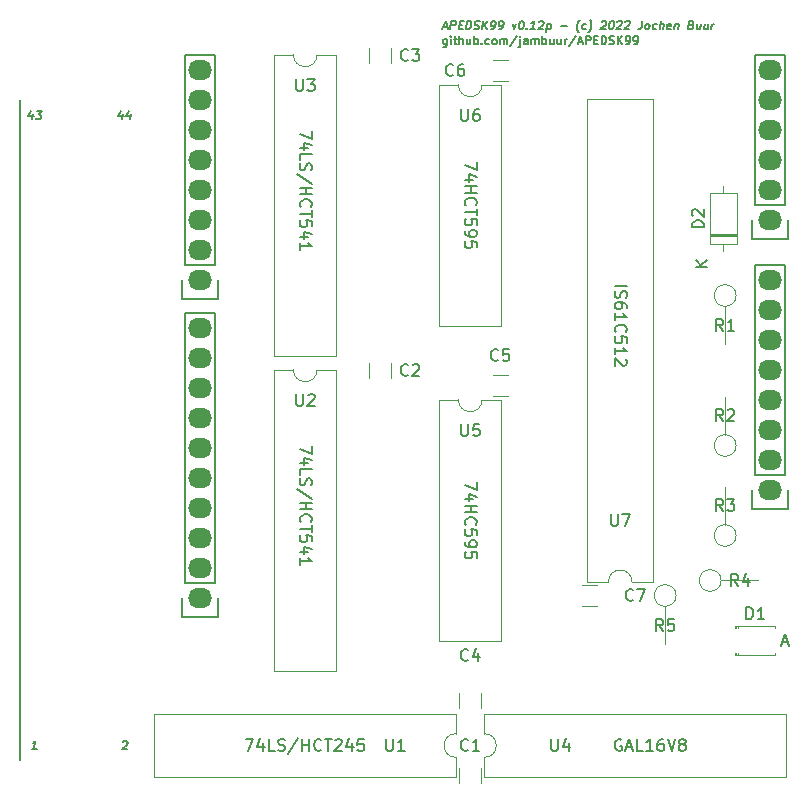
<source format=gto>
G04 #@! TF.GenerationSoftware,KiCad,Pcbnew,(6.0.5)*
G04 #@! TF.CreationDate,2022-06-29T15:53:13+12:00*
G04 #@! TF.ProjectId,APEDSK-AU,41504544-534b-42d4-9155-2e6b69636164,rev?*
G04 #@! TF.SameCoordinates,Original*
G04 #@! TF.FileFunction,Legend,Top*
G04 #@! TF.FilePolarity,Positive*
%FSLAX46Y46*%
G04 Gerber Fmt 4.6, Leading zero omitted, Abs format (unit mm)*
G04 Created by KiCad (PCBNEW (6.0.5)) date 2022-06-29 15:53:13*
%MOMM*%
%LPD*%
G01*
G04 APERTURE LIST*
%ADD10C,0.150000*%
%ADD11C,0.120000*%
%ADD12O,2.032000X1.727200*%
G04 APERTURE END LIST*
D10*
X108458000Y-76835000D02*
X108458000Y-75565000D01*
X108458000Y-76835000D02*
X108458000Y-131445000D01*
X133135619Y-104807380D02*
X133135619Y-105474047D01*
X132135619Y-105045476D01*
X132802285Y-106283571D02*
X132135619Y-106283571D01*
X133183238Y-106045476D02*
X132468952Y-105807380D01*
X132468952Y-106426428D01*
X132135619Y-107283571D02*
X132135619Y-106807380D01*
X133135619Y-106807380D01*
X132183238Y-107569285D02*
X132135619Y-107712142D01*
X132135619Y-107950238D01*
X132183238Y-108045476D01*
X132230857Y-108093095D01*
X132326095Y-108140714D01*
X132421333Y-108140714D01*
X132516571Y-108093095D01*
X132564190Y-108045476D01*
X132611809Y-107950238D01*
X132659428Y-107759761D01*
X132707047Y-107664523D01*
X132754666Y-107616904D01*
X132849904Y-107569285D01*
X132945142Y-107569285D01*
X133040380Y-107616904D01*
X133088000Y-107664523D01*
X133135619Y-107759761D01*
X133135619Y-107997857D01*
X133088000Y-108140714D01*
X133183238Y-109283571D02*
X131897523Y-108426428D01*
X132135619Y-109616904D02*
X133135619Y-109616904D01*
X132659428Y-109616904D02*
X132659428Y-110188333D01*
X132135619Y-110188333D02*
X133135619Y-110188333D01*
X132230857Y-111235952D02*
X132183238Y-111188333D01*
X132135619Y-111045476D01*
X132135619Y-110950238D01*
X132183238Y-110807380D01*
X132278476Y-110712142D01*
X132373714Y-110664523D01*
X132564190Y-110616904D01*
X132707047Y-110616904D01*
X132897523Y-110664523D01*
X132992761Y-110712142D01*
X133088000Y-110807380D01*
X133135619Y-110950238D01*
X133135619Y-111045476D01*
X133088000Y-111188333D01*
X133040380Y-111235952D01*
X133135619Y-111521666D02*
X133135619Y-112093095D01*
X132135619Y-111807380D02*
X133135619Y-111807380D01*
X133135619Y-112902619D02*
X133135619Y-112426428D01*
X132659428Y-112378809D01*
X132707047Y-112426428D01*
X132754666Y-112521666D01*
X132754666Y-112759761D01*
X132707047Y-112855000D01*
X132659428Y-112902619D01*
X132564190Y-112950238D01*
X132326095Y-112950238D01*
X132230857Y-112902619D01*
X132183238Y-112855000D01*
X132135619Y-112759761D01*
X132135619Y-112521666D01*
X132183238Y-112426428D01*
X132230857Y-112378809D01*
X132802285Y-113807380D02*
X132135619Y-113807380D01*
X133183238Y-113569285D02*
X132468952Y-113331190D01*
X132468952Y-113950238D01*
X132135619Y-114855000D02*
X132135619Y-114283571D01*
X132135619Y-114569285D02*
X133135619Y-114569285D01*
X132992761Y-114474047D01*
X132897523Y-114378809D01*
X132849904Y-114283571D01*
X133135619Y-78137380D02*
X133135619Y-78804047D01*
X132135619Y-78375476D01*
X132802285Y-79613571D02*
X132135619Y-79613571D01*
X133183238Y-79375476D02*
X132468952Y-79137380D01*
X132468952Y-79756428D01*
X132135619Y-80613571D02*
X132135619Y-80137380D01*
X133135619Y-80137380D01*
X132183238Y-80899285D02*
X132135619Y-81042142D01*
X132135619Y-81280238D01*
X132183238Y-81375476D01*
X132230857Y-81423095D01*
X132326095Y-81470714D01*
X132421333Y-81470714D01*
X132516571Y-81423095D01*
X132564190Y-81375476D01*
X132611809Y-81280238D01*
X132659428Y-81089761D01*
X132707047Y-80994523D01*
X132754666Y-80946904D01*
X132849904Y-80899285D01*
X132945142Y-80899285D01*
X133040380Y-80946904D01*
X133088000Y-80994523D01*
X133135619Y-81089761D01*
X133135619Y-81327857D01*
X133088000Y-81470714D01*
X133183238Y-82613571D02*
X131897523Y-81756428D01*
X132135619Y-82946904D02*
X133135619Y-82946904D01*
X132659428Y-82946904D02*
X132659428Y-83518333D01*
X132135619Y-83518333D02*
X133135619Y-83518333D01*
X132230857Y-84565952D02*
X132183238Y-84518333D01*
X132135619Y-84375476D01*
X132135619Y-84280238D01*
X132183238Y-84137380D01*
X132278476Y-84042142D01*
X132373714Y-83994523D01*
X132564190Y-83946904D01*
X132707047Y-83946904D01*
X132897523Y-83994523D01*
X132992761Y-84042142D01*
X133088000Y-84137380D01*
X133135619Y-84280238D01*
X133135619Y-84375476D01*
X133088000Y-84518333D01*
X133040380Y-84565952D01*
X133135619Y-84851666D02*
X133135619Y-85423095D01*
X132135619Y-85137380D02*
X133135619Y-85137380D01*
X133135619Y-86232619D02*
X133135619Y-85756428D01*
X132659428Y-85708809D01*
X132707047Y-85756428D01*
X132754666Y-85851666D01*
X132754666Y-86089761D01*
X132707047Y-86185000D01*
X132659428Y-86232619D01*
X132564190Y-86280238D01*
X132326095Y-86280238D01*
X132230857Y-86232619D01*
X132183238Y-86185000D01*
X132135619Y-86089761D01*
X132135619Y-85851666D01*
X132183238Y-85756428D01*
X132230857Y-85708809D01*
X132802285Y-87137380D02*
X132135619Y-87137380D01*
X133183238Y-86899285D02*
X132468952Y-86661190D01*
X132468952Y-87280238D01*
X132135619Y-88185000D02*
X132135619Y-87613571D01*
X132135619Y-87899285D02*
X133135619Y-87899285D01*
X132992761Y-87804047D01*
X132897523Y-87708809D01*
X132849904Y-87613571D01*
X159369428Y-129675000D02*
X159274190Y-129627380D01*
X159131333Y-129627380D01*
X158988476Y-129675000D01*
X158893238Y-129770238D01*
X158845619Y-129865476D01*
X158798000Y-130055952D01*
X158798000Y-130198809D01*
X158845619Y-130389285D01*
X158893238Y-130484523D01*
X158988476Y-130579761D01*
X159131333Y-130627380D01*
X159226571Y-130627380D01*
X159369428Y-130579761D01*
X159417047Y-130532142D01*
X159417047Y-130198809D01*
X159226571Y-130198809D01*
X159798000Y-130341666D02*
X160274190Y-130341666D01*
X159702761Y-130627380D02*
X160036095Y-129627380D01*
X160369428Y-130627380D01*
X161178952Y-130627380D02*
X160702761Y-130627380D01*
X160702761Y-129627380D01*
X162036095Y-130627380D02*
X161464666Y-130627380D01*
X161750380Y-130627380D02*
X161750380Y-129627380D01*
X161655142Y-129770238D01*
X161559904Y-129865476D01*
X161464666Y-129913095D01*
X162893238Y-129627380D02*
X162702761Y-129627380D01*
X162607523Y-129675000D01*
X162559904Y-129722619D01*
X162464666Y-129865476D01*
X162417047Y-130055952D01*
X162417047Y-130436904D01*
X162464666Y-130532142D01*
X162512285Y-130579761D01*
X162607523Y-130627380D01*
X162798000Y-130627380D01*
X162893238Y-130579761D01*
X162940857Y-130532142D01*
X162988476Y-130436904D01*
X162988476Y-130198809D01*
X162940857Y-130103571D01*
X162893238Y-130055952D01*
X162798000Y-130008333D01*
X162607523Y-130008333D01*
X162512285Y-130055952D01*
X162464666Y-130103571D01*
X162417047Y-130198809D01*
X163274190Y-129627380D02*
X163607523Y-130627380D01*
X163940857Y-129627380D01*
X164417047Y-130055952D02*
X164321809Y-130008333D01*
X164274190Y-129960714D01*
X164226571Y-129865476D01*
X164226571Y-129817857D01*
X164274190Y-129722619D01*
X164321809Y-129675000D01*
X164417047Y-129627380D01*
X164607523Y-129627380D01*
X164702761Y-129675000D01*
X164750380Y-129722619D01*
X164798000Y-129817857D01*
X164798000Y-129865476D01*
X164750380Y-129960714D01*
X164702761Y-130008333D01*
X164607523Y-130055952D01*
X164417047Y-130055952D01*
X164321809Y-130103571D01*
X164274190Y-130151190D01*
X164226571Y-130246428D01*
X164226571Y-130436904D01*
X164274190Y-130532142D01*
X164321809Y-130579761D01*
X164417047Y-130627380D01*
X164607523Y-130627380D01*
X164702761Y-130579761D01*
X164750380Y-130532142D01*
X164798000Y-130436904D01*
X164798000Y-130246428D01*
X164750380Y-130151190D01*
X164702761Y-130103571D01*
X164607523Y-130055952D01*
X158805619Y-91257857D02*
X159805619Y-91257857D01*
X158853238Y-91686428D02*
X158805619Y-91829285D01*
X158805619Y-92067380D01*
X158853238Y-92162619D01*
X158900857Y-92210238D01*
X158996095Y-92257857D01*
X159091333Y-92257857D01*
X159186571Y-92210238D01*
X159234190Y-92162619D01*
X159281809Y-92067380D01*
X159329428Y-91876904D01*
X159377047Y-91781666D01*
X159424666Y-91734047D01*
X159519904Y-91686428D01*
X159615142Y-91686428D01*
X159710380Y-91734047D01*
X159758000Y-91781666D01*
X159805619Y-91876904D01*
X159805619Y-92115000D01*
X159758000Y-92257857D01*
X159805619Y-93115000D02*
X159805619Y-92924523D01*
X159758000Y-92829285D01*
X159710380Y-92781666D01*
X159567523Y-92686428D01*
X159377047Y-92638809D01*
X158996095Y-92638809D01*
X158900857Y-92686428D01*
X158853238Y-92734047D01*
X158805619Y-92829285D01*
X158805619Y-93019761D01*
X158853238Y-93115000D01*
X158900857Y-93162619D01*
X158996095Y-93210238D01*
X159234190Y-93210238D01*
X159329428Y-93162619D01*
X159377047Y-93115000D01*
X159424666Y-93019761D01*
X159424666Y-92829285D01*
X159377047Y-92734047D01*
X159329428Y-92686428D01*
X159234190Y-92638809D01*
X158805619Y-94162619D02*
X158805619Y-93591190D01*
X158805619Y-93876904D02*
X159805619Y-93876904D01*
X159662761Y-93781666D01*
X159567523Y-93686428D01*
X159519904Y-93591190D01*
X158900857Y-95162619D02*
X158853238Y-95115000D01*
X158805619Y-94972142D01*
X158805619Y-94876904D01*
X158853238Y-94734047D01*
X158948476Y-94638809D01*
X159043714Y-94591190D01*
X159234190Y-94543571D01*
X159377047Y-94543571D01*
X159567523Y-94591190D01*
X159662761Y-94638809D01*
X159758000Y-94734047D01*
X159805619Y-94876904D01*
X159805619Y-94972142D01*
X159758000Y-95115000D01*
X159710380Y-95162619D01*
X159805619Y-96067380D02*
X159805619Y-95591190D01*
X159329428Y-95543571D01*
X159377047Y-95591190D01*
X159424666Y-95686428D01*
X159424666Y-95924523D01*
X159377047Y-96019761D01*
X159329428Y-96067380D01*
X159234190Y-96115000D01*
X158996095Y-96115000D01*
X158900857Y-96067380D01*
X158853238Y-96019761D01*
X158805619Y-95924523D01*
X158805619Y-95686428D01*
X158853238Y-95591190D01*
X158900857Y-95543571D01*
X158805619Y-97067380D02*
X158805619Y-96495952D01*
X158805619Y-96781666D02*
X159805619Y-96781666D01*
X159662761Y-96686428D01*
X159567523Y-96591190D01*
X159519904Y-96495952D01*
X159710380Y-97448333D02*
X159758000Y-97495952D01*
X159805619Y-97591190D01*
X159805619Y-97829285D01*
X159758000Y-97924523D01*
X159710380Y-97972142D01*
X159615142Y-98019761D01*
X159519904Y-98019761D01*
X159377047Y-97972142D01*
X158805619Y-97400714D01*
X158805619Y-98019761D01*
X144582166Y-70335000D02*
X144582166Y-70901666D01*
X144548833Y-70968333D01*
X144515500Y-71001666D01*
X144448833Y-71035000D01*
X144348833Y-71035000D01*
X144282166Y-71001666D01*
X144582166Y-70768333D02*
X144515500Y-70801666D01*
X144382166Y-70801666D01*
X144315500Y-70768333D01*
X144282166Y-70735000D01*
X144248833Y-70668333D01*
X144248833Y-70468333D01*
X144282166Y-70401666D01*
X144315500Y-70368333D01*
X144382166Y-70335000D01*
X144515500Y-70335000D01*
X144582166Y-70368333D01*
X144915500Y-70801666D02*
X144915500Y-70335000D01*
X144915500Y-70101666D02*
X144882166Y-70135000D01*
X144915500Y-70168333D01*
X144948833Y-70135000D01*
X144915500Y-70101666D01*
X144915500Y-70168333D01*
X145148833Y-70335000D02*
X145415500Y-70335000D01*
X145248833Y-70101666D02*
X145248833Y-70701666D01*
X145282166Y-70768333D01*
X145348833Y-70801666D01*
X145415500Y-70801666D01*
X145648833Y-70801666D02*
X145648833Y-70101666D01*
X145948833Y-70801666D02*
X145948833Y-70435000D01*
X145915500Y-70368333D01*
X145848833Y-70335000D01*
X145748833Y-70335000D01*
X145682166Y-70368333D01*
X145648833Y-70401666D01*
X146582166Y-70335000D02*
X146582166Y-70801666D01*
X146282166Y-70335000D02*
X146282166Y-70701666D01*
X146315500Y-70768333D01*
X146382166Y-70801666D01*
X146482166Y-70801666D01*
X146548833Y-70768333D01*
X146582166Y-70735000D01*
X146915500Y-70801666D02*
X146915500Y-70101666D01*
X146915500Y-70368333D02*
X146982166Y-70335000D01*
X147115500Y-70335000D01*
X147182166Y-70368333D01*
X147215500Y-70401666D01*
X147248833Y-70468333D01*
X147248833Y-70668333D01*
X147215500Y-70735000D01*
X147182166Y-70768333D01*
X147115500Y-70801666D01*
X146982166Y-70801666D01*
X146915500Y-70768333D01*
X147548833Y-70735000D02*
X147582166Y-70768333D01*
X147548833Y-70801666D01*
X147515500Y-70768333D01*
X147548833Y-70735000D01*
X147548833Y-70801666D01*
X148182166Y-70768333D02*
X148115500Y-70801666D01*
X147982166Y-70801666D01*
X147915500Y-70768333D01*
X147882166Y-70735000D01*
X147848833Y-70668333D01*
X147848833Y-70468333D01*
X147882166Y-70401666D01*
X147915500Y-70368333D01*
X147982166Y-70335000D01*
X148115500Y-70335000D01*
X148182166Y-70368333D01*
X148582166Y-70801666D02*
X148515500Y-70768333D01*
X148482166Y-70735000D01*
X148448833Y-70668333D01*
X148448833Y-70468333D01*
X148482166Y-70401666D01*
X148515500Y-70368333D01*
X148582166Y-70335000D01*
X148682166Y-70335000D01*
X148748833Y-70368333D01*
X148782166Y-70401666D01*
X148815500Y-70468333D01*
X148815500Y-70668333D01*
X148782166Y-70735000D01*
X148748833Y-70768333D01*
X148682166Y-70801666D01*
X148582166Y-70801666D01*
X149115500Y-70801666D02*
X149115500Y-70335000D01*
X149115500Y-70401666D02*
X149148833Y-70368333D01*
X149215500Y-70335000D01*
X149315500Y-70335000D01*
X149382166Y-70368333D01*
X149415500Y-70435000D01*
X149415500Y-70801666D01*
X149415500Y-70435000D02*
X149448833Y-70368333D01*
X149515500Y-70335000D01*
X149615500Y-70335000D01*
X149682166Y-70368333D01*
X149715500Y-70435000D01*
X149715500Y-70801666D01*
X150548833Y-70068333D02*
X149948833Y-70968333D01*
X150782166Y-70335000D02*
X150782166Y-70935000D01*
X150748833Y-71001666D01*
X150682166Y-71035000D01*
X150648833Y-71035000D01*
X150782166Y-70101666D02*
X150748833Y-70135000D01*
X150782166Y-70168333D01*
X150815500Y-70135000D01*
X150782166Y-70101666D01*
X150782166Y-70168333D01*
X151415500Y-70801666D02*
X151415500Y-70435000D01*
X151382166Y-70368333D01*
X151315500Y-70335000D01*
X151182166Y-70335000D01*
X151115500Y-70368333D01*
X151415500Y-70768333D02*
X151348833Y-70801666D01*
X151182166Y-70801666D01*
X151115500Y-70768333D01*
X151082166Y-70701666D01*
X151082166Y-70635000D01*
X151115500Y-70568333D01*
X151182166Y-70535000D01*
X151348833Y-70535000D01*
X151415500Y-70501666D01*
X151748833Y-70801666D02*
X151748833Y-70335000D01*
X151748833Y-70401666D02*
X151782166Y-70368333D01*
X151848833Y-70335000D01*
X151948833Y-70335000D01*
X152015500Y-70368333D01*
X152048833Y-70435000D01*
X152048833Y-70801666D01*
X152048833Y-70435000D02*
X152082166Y-70368333D01*
X152148833Y-70335000D01*
X152248833Y-70335000D01*
X152315500Y-70368333D01*
X152348833Y-70435000D01*
X152348833Y-70801666D01*
X152682166Y-70801666D02*
X152682166Y-70101666D01*
X152682166Y-70368333D02*
X152748833Y-70335000D01*
X152882166Y-70335000D01*
X152948833Y-70368333D01*
X152982166Y-70401666D01*
X153015500Y-70468333D01*
X153015500Y-70668333D01*
X152982166Y-70735000D01*
X152948833Y-70768333D01*
X152882166Y-70801666D01*
X152748833Y-70801666D01*
X152682166Y-70768333D01*
X153615500Y-70335000D02*
X153615500Y-70801666D01*
X153315500Y-70335000D02*
X153315500Y-70701666D01*
X153348833Y-70768333D01*
X153415500Y-70801666D01*
X153515500Y-70801666D01*
X153582166Y-70768333D01*
X153615500Y-70735000D01*
X154248833Y-70335000D02*
X154248833Y-70801666D01*
X153948833Y-70335000D02*
X153948833Y-70701666D01*
X153982166Y-70768333D01*
X154048833Y-70801666D01*
X154148833Y-70801666D01*
X154215500Y-70768333D01*
X154248833Y-70735000D01*
X154582166Y-70801666D02*
X154582166Y-70335000D01*
X154582166Y-70468333D02*
X154615500Y-70401666D01*
X154648833Y-70368333D01*
X154715500Y-70335000D01*
X154782166Y-70335000D01*
X155515500Y-70068333D02*
X154915500Y-70968333D01*
X155715500Y-70601666D02*
X156048833Y-70601666D01*
X155648833Y-70801666D02*
X155882166Y-70101666D01*
X156115500Y-70801666D01*
X156348833Y-70801666D02*
X156348833Y-70101666D01*
X156615500Y-70101666D01*
X156682166Y-70135000D01*
X156715500Y-70168333D01*
X156748833Y-70235000D01*
X156748833Y-70335000D01*
X156715500Y-70401666D01*
X156682166Y-70435000D01*
X156615500Y-70468333D01*
X156348833Y-70468333D01*
X157048833Y-70435000D02*
X157282166Y-70435000D01*
X157382166Y-70801666D02*
X157048833Y-70801666D01*
X157048833Y-70101666D01*
X157382166Y-70101666D01*
X157682166Y-70801666D02*
X157682166Y-70101666D01*
X157848833Y-70101666D01*
X157948833Y-70135000D01*
X158015500Y-70201666D01*
X158048833Y-70268333D01*
X158082166Y-70401666D01*
X158082166Y-70501666D01*
X158048833Y-70635000D01*
X158015500Y-70701666D01*
X157948833Y-70768333D01*
X157848833Y-70801666D01*
X157682166Y-70801666D01*
X158348833Y-70768333D02*
X158448833Y-70801666D01*
X158615500Y-70801666D01*
X158682166Y-70768333D01*
X158715500Y-70735000D01*
X158748833Y-70668333D01*
X158748833Y-70601666D01*
X158715500Y-70535000D01*
X158682166Y-70501666D01*
X158615500Y-70468333D01*
X158482166Y-70435000D01*
X158415500Y-70401666D01*
X158382166Y-70368333D01*
X158348833Y-70301666D01*
X158348833Y-70235000D01*
X158382166Y-70168333D01*
X158415500Y-70135000D01*
X158482166Y-70101666D01*
X158648833Y-70101666D01*
X158748833Y-70135000D01*
X159048833Y-70801666D02*
X159048833Y-70101666D01*
X159448833Y-70801666D02*
X159148833Y-70401666D01*
X159448833Y-70101666D02*
X159048833Y-70501666D01*
X159782166Y-70801666D02*
X159915500Y-70801666D01*
X159982166Y-70768333D01*
X160015500Y-70735000D01*
X160082166Y-70635000D01*
X160115500Y-70501666D01*
X160115500Y-70235000D01*
X160082166Y-70168333D01*
X160048833Y-70135000D01*
X159982166Y-70101666D01*
X159848833Y-70101666D01*
X159782166Y-70135000D01*
X159748833Y-70168333D01*
X159715500Y-70235000D01*
X159715500Y-70401666D01*
X159748833Y-70468333D01*
X159782166Y-70501666D01*
X159848833Y-70535000D01*
X159982166Y-70535000D01*
X160048833Y-70501666D01*
X160082166Y-70468333D01*
X160115500Y-70401666D01*
X160448833Y-70801666D02*
X160582166Y-70801666D01*
X160648833Y-70768333D01*
X160682166Y-70735000D01*
X160748833Y-70635000D01*
X160782166Y-70501666D01*
X160782166Y-70235000D01*
X160748833Y-70168333D01*
X160715500Y-70135000D01*
X160648833Y-70101666D01*
X160515500Y-70101666D01*
X160448833Y-70135000D01*
X160415500Y-70168333D01*
X160382166Y-70235000D01*
X160382166Y-70401666D01*
X160415500Y-70468333D01*
X160448833Y-70501666D01*
X160515500Y-70535000D01*
X160648833Y-70535000D01*
X160715500Y-70501666D01*
X160748833Y-70468333D01*
X160782166Y-70401666D01*
X147105619Y-80812142D02*
X147105619Y-81478809D01*
X146105619Y-81050238D01*
X146772285Y-82288333D02*
X146105619Y-82288333D01*
X147153238Y-82050238D02*
X146438952Y-81812142D01*
X146438952Y-82431190D01*
X146105619Y-82812142D02*
X147105619Y-82812142D01*
X146629428Y-82812142D02*
X146629428Y-83383571D01*
X146105619Y-83383571D02*
X147105619Y-83383571D01*
X146200857Y-84431190D02*
X146153238Y-84383571D01*
X146105619Y-84240714D01*
X146105619Y-84145476D01*
X146153238Y-84002619D01*
X146248476Y-83907380D01*
X146343714Y-83859761D01*
X146534190Y-83812142D01*
X146677047Y-83812142D01*
X146867523Y-83859761D01*
X146962761Y-83907380D01*
X147058000Y-84002619D01*
X147105619Y-84145476D01*
X147105619Y-84240714D01*
X147058000Y-84383571D01*
X147010380Y-84431190D01*
X147105619Y-84716904D02*
X147105619Y-85288333D01*
X146105619Y-85002619D02*
X147105619Y-85002619D01*
X147105619Y-86097857D02*
X147105619Y-85621666D01*
X146629428Y-85574047D01*
X146677047Y-85621666D01*
X146724666Y-85716904D01*
X146724666Y-85955000D01*
X146677047Y-86050238D01*
X146629428Y-86097857D01*
X146534190Y-86145476D01*
X146296095Y-86145476D01*
X146200857Y-86097857D01*
X146153238Y-86050238D01*
X146105619Y-85955000D01*
X146105619Y-85716904D01*
X146153238Y-85621666D01*
X146200857Y-85574047D01*
X146105619Y-86621666D02*
X146105619Y-86812142D01*
X146153238Y-86907380D01*
X146200857Y-86955000D01*
X146343714Y-87050238D01*
X146534190Y-87097857D01*
X146915142Y-87097857D01*
X147010380Y-87050238D01*
X147058000Y-87002619D01*
X147105619Y-86907380D01*
X147105619Y-86716904D01*
X147058000Y-86621666D01*
X147010380Y-86574047D01*
X146915142Y-86526428D01*
X146677047Y-86526428D01*
X146581809Y-86574047D01*
X146534190Y-86621666D01*
X146486571Y-86716904D01*
X146486571Y-86907380D01*
X146534190Y-87002619D01*
X146581809Y-87050238D01*
X146677047Y-87097857D01*
X147105619Y-88002619D02*
X147105619Y-87526428D01*
X146629428Y-87478809D01*
X146677047Y-87526428D01*
X146724666Y-87621666D01*
X146724666Y-87859761D01*
X146677047Y-87955000D01*
X146629428Y-88002619D01*
X146534190Y-88050238D01*
X146296095Y-88050238D01*
X146200857Y-88002619D01*
X146153238Y-87955000D01*
X146105619Y-87859761D01*
X146105619Y-87621666D01*
X146153238Y-87526428D01*
X146200857Y-87478809D01*
X147105619Y-107863095D02*
X147105619Y-108529761D01*
X146105619Y-108101190D01*
X146772285Y-109339285D02*
X146105619Y-109339285D01*
X147153238Y-109101190D02*
X146438952Y-108863095D01*
X146438952Y-109482142D01*
X146105619Y-109863095D02*
X147105619Y-109863095D01*
X146629428Y-109863095D02*
X146629428Y-110434523D01*
X146105619Y-110434523D02*
X147105619Y-110434523D01*
X146200857Y-111482142D02*
X146153238Y-111434523D01*
X146105619Y-111291666D01*
X146105619Y-111196428D01*
X146153238Y-111053571D01*
X146248476Y-110958333D01*
X146343714Y-110910714D01*
X146534190Y-110863095D01*
X146677047Y-110863095D01*
X146867523Y-110910714D01*
X146962761Y-110958333D01*
X147058000Y-111053571D01*
X147105619Y-111196428D01*
X147105619Y-111291666D01*
X147058000Y-111434523D01*
X147010380Y-111482142D01*
X147105619Y-112386904D02*
X147105619Y-111910714D01*
X146629428Y-111863095D01*
X146677047Y-111910714D01*
X146724666Y-112005952D01*
X146724666Y-112244047D01*
X146677047Y-112339285D01*
X146629428Y-112386904D01*
X146534190Y-112434523D01*
X146296095Y-112434523D01*
X146200857Y-112386904D01*
X146153238Y-112339285D01*
X146105619Y-112244047D01*
X146105619Y-112005952D01*
X146153238Y-111910714D01*
X146200857Y-111863095D01*
X146105619Y-112910714D02*
X146105619Y-113101190D01*
X146153238Y-113196428D01*
X146200857Y-113244047D01*
X146343714Y-113339285D01*
X146534190Y-113386904D01*
X146915142Y-113386904D01*
X147010380Y-113339285D01*
X147058000Y-113291666D01*
X147105619Y-113196428D01*
X147105619Y-113005952D01*
X147058000Y-112910714D01*
X147010380Y-112863095D01*
X146915142Y-112815476D01*
X146677047Y-112815476D01*
X146581809Y-112863095D01*
X146534190Y-112910714D01*
X146486571Y-113005952D01*
X146486571Y-113196428D01*
X146534190Y-113291666D01*
X146581809Y-113339285D01*
X146677047Y-113386904D01*
X147105619Y-114291666D02*
X147105619Y-113815476D01*
X146629428Y-113767857D01*
X146677047Y-113815476D01*
X146724666Y-113910714D01*
X146724666Y-114148809D01*
X146677047Y-114244047D01*
X146629428Y-114291666D01*
X146534190Y-114339285D01*
X146296095Y-114339285D01*
X146200857Y-114291666D01*
X146153238Y-114244047D01*
X146105619Y-114148809D01*
X146105619Y-113910714D01*
X146153238Y-113815476D01*
X146200857Y-113767857D01*
X117140062Y-76685000D02*
X117081729Y-77151666D01*
X117006729Y-76418333D02*
X116777562Y-76918333D01*
X117210895Y-76918333D01*
X117806729Y-76685000D02*
X117748395Y-77151666D01*
X117673395Y-76418333D02*
X117444229Y-76918333D01*
X117877562Y-76918333D01*
X172989904Y-121451666D02*
X173466095Y-121451666D01*
X172894666Y-121737380D02*
X173228000Y-120737380D01*
X173561333Y-121737380D01*
X144278000Y-69331666D02*
X144611333Y-69331666D01*
X144186333Y-69531666D02*
X144507166Y-68831666D01*
X144653000Y-69531666D01*
X144886333Y-69531666D02*
X144973833Y-68831666D01*
X145240500Y-68831666D01*
X145303000Y-68865000D01*
X145332166Y-68898333D01*
X145357166Y-68965000D01*
X145344666Y-69065000D01*
X145303000Y-69131666D01*
X145265500Y-69165000D01*
X145194666Y-69198333D01*
X144928000Y-69198333D01*
X145632166Y-69165000D02*
X145865500Y-69165000D01*
X145919666Y-69531666D02*
X145586333Y-69531666D01*
X145673833Y-68831666D01*
X146007166Y-68831666D01*
X146219666Y-69531666D02*
X146307166Y-68831666D01*
X146473833Y-68831666D01*
X146569666Y-68865000D01*
X146628000Y-68931666D01*
X146653000Y-68998333D01*
X146669666Y-69131666D01*
X146657166Y-69231666D01*
X146607166Y-69365000D01*
X146565500Y-69431666D01*
X146490500Y-69498333D01*
X146386333Y-69531666D01*
X146219666Y-69531666D01*
X146890500Y-69498333D02*
X146986333Y-69531666D01*
X147153000Y-69531666D01*
X147223833Y-69498333D01*
X147261333Y-69465000D01*
X147303000Y-69398333D01*
X147311333Y-69331666D01*
X147286333Y-69265000D01*
X147257166Y-69231666D01*
X147194666Y-69198333D01*
X147065500Y-69165000D01*
X147003000Y-69131666D01*
X146973833Y-69098333D01*
X146948833Y-69031666D01*
X146957166Y-68965000D01*
X146998833Y-68898333D01*
X147036333Y-68865000D01*
X147107166Y-68831666D01*
X147273833Y-68831666D01*
X147369666Y-68865000D01*
X147586333Y-69531666D02*
X147673833Y-68831666D01*
X147986333Y-69531666D02*
X147736333Y-69131666D01*
X148073833Y-68831666D02*
X147623833Y-69231666D01*
X148319666Y-69531666D02*
X148453000Y-69531666D01*
X148523833Y-69498333D01*
X148561333Y-69465000D01*
X148640500Y-69365000D01*
X148690500Y-69231666D01*
X148723833Y-68965000D01*
X148698833Y-68898333D01*
X148669666Y-68865000D01*
X148607166Y-68831666D01*
X148473833Y-68831666D01*
X148403000Y-68865000D01*
X148365500Y-68898333D01*
X148323833Y-68965000D01*
X148303000Y-69131666D01*
X148328000Y-69198333D01*
X148357166Y-69231666D01*
X148419666Y-69265000D01*
X148553000Y-69265000D01*
X148623833Y-69231666D01*
X148661333Y-69198333D01*
X148703000Y-69131666D01*
X148986333Y-69531666D02*
X149119666Y-69531666D01*
X149190500Y-69498333D01*
X149228000Y-69465000D01*
X149307166Y-69365000D01*
X149357166Y-69231666D01*
X149390500Y-68965000D01*
X149365500Y-68898333D01*
X149336333Y-68865000D01*
X149273833Y-68831666D01*
X149140500Y-68831666D01*
X149069666Y-68865000D01*
X149032166Y-68898333D01*
X148990500Y-68965000D01*
X148969666Y-69131666D01*
X148994666Y-69198333D01*
X149023833Y-69231666D01*
X149086333Y-69265000D01*
X149219666Y-69265000D01*
X149290500Y-69231666D01*
X149328000Y-69198333D01*
X149369666Y-69131666D01*
X150144666Y-69065000D02*
X150253000Y-69531666D01*
X150478000Y-69065000D01*
X150907166Y-68831666D02*
X150973833Y-68831666D01*
X151036333Y-68865000D01*
X151065500Y-68898333D01*
X151090500Y-68965000D01*
X151107166Y-69098333D01*
X151086333Y-69265000D01*
X151036333Y-69398333D01*
X150994666Y-69465000D01*
X150957166Y-69498333D01*
X150886333Y-69531666D01*
X150819666Y-69531666D01*
X150757166Y-69498333D01*
X150728000Y-69465000D01*
X150703000Y-69398333D01*
X150686333Y-69265000D01*
X150707166Y-69098333D01*
X150757166Y-68965000D01*
X150798833Y-68898333D01*
X150836333Y-68865000D01*
X150907166Y-68831666D01*
X151361333Y-69465000D02*
X151390500Y-69498333D01*
X151353000Y-69531666D01*
X151323833Y-69498333D01*
X151361333Y-69465000D01*
X151353000Y-69531666D01*
X152053000Y-69531666D02*
X151653000Y-69531666D01*
X151853000Y-69531666D02*
X151940500Y-68831666D01*
X151861333Y-68931666D01*
X151786333Y-68998333D01*
X151715500Y-69031666D01*
X152398833Y-68898333D02*
X152436333Y-68865000D01*
X152507166Y-68831666D01*
X152673833Y-68831666D01*
X152736333Y-68865000D01*
X152765500Y-68898333D01*
X152790500Y-68965000D01*
X152782166Y-69031666D01*
X152736333Y-69131666D01*
X152286333Y-69531666D01*
X152719666Y-69531666D01*
X153078000Y-69065000D02*
X152990500Y-69765000D01*
X153073833Y-69098333D02*
X153144666Y-69065000D01*
X153278000Y-69065000D01*
X153340500Y-69098333D01*
X153369666Y-69131666D01*
X153394666Y-69198333D01*
X153369666Y-69398333D01*
X153328000Y-69465000D01*
X153290500Y-69498333D01*
X153219666Y-69531666D01*
X153086333Y-69531666D01*
X153023833Y-69498333D01*
X154219666Y-69265000D02*
X154753000Y-69265000D01*
X155753000Y-69798333D02*
X155723833Y-69765000D01*
X155669666Y-69665000D01*
X155644666Y-69598333D01*
X155623833Y-69498333D01*
X155611333Y-69331666D01*
X155628000Y-69198333D01*
X155682166Y-69031666D01*
X155728000Y-68931666D01*
X155769666Y-68865000D01*
X155848833Y-68765000D01*
X155886333Y-68731666D01*
X156357166Y-69498333D02*
X156286333Y-69531666D01*
X156153000Y-69531666D01*
X156090500Y-69498333D01*
X156061333Y-69465000D01*
X156036333Y-69398333D01*
X156061333Y-69198333D01*
X156103000Y-69131666D01*
X156140500Y-69098333D01*
X156211333Y-69065000D01*
X156344666Y-69065000D01*
X156407166Y-69098333D01*
X156553000Y-69798333D02*
X156590500Y-69765000D01*
X156669666Y-69665000D01*
X156711333Y-69598333D01*
X156757166Y-69498333D01*
X156811333Y-69331666D01*
X156828000Y-69198333D01*
X156815500Y-69031666D01*
X156794666Y-68931666D01*
X156769666Y-68865000D01*
X156715500Y-68765000D01*
X156686333Y-68731666D01*
X157698833Y-68898333D02*
X157736333Y-68865000D01*
X157807166Y-68831666D01*
X157973833Y-68831666D01*
X158036333Y-68865000D01*
X158065500Y-68898333D01*
X158090500Y-68965000D01*
X158082166Y-69031666D01*
X158036333Y-69131666D01*
X157586333Y-69531666D01*
X158019666Y-69531666D01*
X158540500Y-68831666D02*
X158607166Y-68831666D01*
X158669666Y-68865000D01*
X158698833Y-68898333D01*
X158723833Y-68965000D01*
X158740500Y-69098333D01*
X158719666Y-69265000D01*
X158669666Y-69398333D01*
X158628000Y-69465000D01*
X158590500Y-69498333D01*
X158519666Y-69531666D01*
X158453000Y-69531666D01*
X158390500Y-69498333D01*
X158361333Y-69465000D01*
X158336333Y-69398333D01*
X158319666Y-69265000D01*
X158340500Y-69098333D01*
X158390500Y-68965000D01*
X158432166Y-68898333D01*
X158469666Y-68865000D01*
X158540500Y-68831666D01*
X159032166Y-68898333D02*
X159069666Y-68865000D01*
X159140500Y-68831666D01*
X159307166Y-68831666D01*
X159369666Y-68865000D01*
X159398833Y-68898333D01*
X159423833Y-68965000D01*
X159415500Y-69031666D01*
X159369666Y-69131666D01*
X158919666Y-69531666D01*
X159353000Y-69531666D01*
X159698833Y-68898333D02*
X159736333Y-68865000D01*
X159807166Y-68831666D01*
X159973833Y-68831666D01*
X160036333Y-68865000D01*
X160065500Y-68898333D01*
X160090500Y-68965000D01*
X160082166Y-69031666D01*
X160036333Y-69131666D01*
X159586333Y-69531666D01*
X160019666Y-69531666D01*
X161140500Y-68831666D02*
X161078000Y-69331666D01*
X161032166Y-69431666D01*
X160957166Y-69498333D01*
X160853000Y-69531666D01*
X160786333Y-69531666D01*
X161486333Y-69531666D02*
X161423833Y-69498333D01*
X161394666Y-69465000D01*
X161369666Y-69398333D01*
X161394666Y-69198333D01*
X161436333Y-69131666D01*
X161473833Y-69098333D01*
X161544666Y-69065000D01*
X161644666Y-69065000D01*
X161707166Y-69098333D01*
X161736333Y-69131666D01*
X161761333Y-69198333D01*
X161736333Y-69398333D01*
X161694666Y-69465000D01*
X161657166Y-69498333D01*
X161586333Y-69531666D01*
X161486333Y-69531666D01*
X162323833Y-69498333D02*
X162253000Y-69531666D01*
X162119666Y-69531666D01*
X162057166Y-69498333D01*
X162028000Y-69465000D01*
X162003000Y-69398333D01*
X162028000Y-69198333D01*
X162069666Y-69131666D01*
X162107166Y-69098333D01*
X162178000Y-69065000D01*
X162311333Y-69065000D01*
X162373833Y-69098333D01*
X162619666Y-69531666D02*
X162707166Y-68831666D01*
X162919666Y-69531666D02*
X162965500Y-69165000D01*
X162940500Y-69098333D01*
X162878000Y-69065000D01*
X162778000Y-69065000D01*
X162707166Y-69098333D01*
X162669666Y-69131666D01*
X163523833Y-69498333D02*
X163453000Y-69531666D01*
X163319666Y-69531666D01*
X163257166Y-69498333D01*
X163232166Y-69431666D01*
X163265500Y-69165000D01*
X163307166Y-69098333D01*
X163378000Y-69065000D01*
X163511333Y-69065000D01*
X163573833Y-69098333D01*
X163598833Y-69165000D01*
X163590500Y-69231666D01*
X163248833Y-69298333D01*
X163911333Y-69065000D02*
X163853000Y-69531666D01*
X163903000Y-69131666D02*
X163940500Y-69098333D01*
X164011333Y-69065000D01*
X164111333Y-69065000D01*
X164173833Y-69098333D01*
X164198833Y-69165000D01*
X164153000Y-69531666D01*
X165298833Y-69165000D02*
X165394666Y-69198333D01*
X165423833Y-69231666D01*
X165448833Y-69298333D01*
X165436333Y-69398333D01*
X165394666Y-69465000D01*
X165357166Y-69498333D01*
X165286333Y-69531666D01*
X165019666Y-69531666D01*
X165107166Y-68831666D01*
X165340500Y-68831666D01*
X165403000Y-68865000D01*
X165432166Y-68898333D01*
X165457166Y-68965000D01*
X165448833Y-69031666D01*
X165407166Y-69098333D01*
X165369666Y-69131666D01*
X165298833Y-69165000D01*
X165065500Y-69165000D01*
X166078000Y-69065000D02*
X166019666Y-69531666D01*
X165778000Y-69065000D02*
X165732166Y-69431666D01*
X165757166Y-69498333D01*
X165819666Y-69531666D01*
X165919666Y-69531666D01*
X165990500Y-69498333D01*
X166028000Y-69465000D01*
X166711333Y-69065000D02*
X166653000Y-69531666D01*
X166411333Y-69065000D02*
X166365500Y-69431666D01*
X166390500Y-69498333D01*
X166453000Y-69531666D01*
X166553000Y-69531666D01*
X166623833Y-69498333D01*
X166661333Y-69465000D01*
X166986333Y-69531666D02*
X167044666Y-69065000D01*
X167028000Y-69198333D02*
X167069666Y-69131666D01*
X167107166Y-69098333D01*
X167178000Y-69065000D01*
X167244666Y-69065000D01*
X127540380Y-129627380D02*
X128207047Y-129627380D01*
X127778476Y-130627380D01*
X129016571Y-129960714D02*
X129016571Y-130627380D01*
X128778476Y-129579761D02*
X128540380Y-130294047D01*
X129159428Y-130294047D01*
X130016571Y-130627380D02*
X129540380Y-130627380D01*
X129540380Y-129627380D01*
X130302285Y-130579761D02*
X130445142Y-130627380D01*
X130683238Y-130627380D01*
X130778476Y-130579761D01*
X130826095Y-130532142D01*
X130873714Y-130436904D01*
X130873714Y-130341666D01*
X130826095Y-130246428D01*
X130778476Y-130198809D01*
X130683238Y-130151190D01*
X130492761Y-130103571D01*
X130397523Y-130055952D01*
X130349904Y-130008333D01*
X130302285Y-129913095D01*
X130302285Y-129817857D01*
X130349904Y-129722619D01*
X130397523Y-129675000D01*
X130492761Y-129627380D01*
X130730857Y-129627380D01*
X130873714Y-129675000D01*
X132016571Y-129579761D02*
X131159428Y-130865476D01*
X132349904Y-130627380D02*
X132349904Y-129627380D01*
X132349904Y-130103571D02*
X132921333Y-130103571D01*
X132921333Y-130627380D02*
X132921333Y-129627380D01*
X133968952Y-130532142D02*
X133921333Y-130579761D01*
X133778476Y-130627380D01*
X133683238Y-130627380D01*
X133540380Y-130579761D01*
X133445142Y-130484523D01*
X133397523Y-130389285D01*
X133349904Y-130198809D01*
X133349904Y-130055952D01*
X133397523Y-129865476D01*
X133445142Y-129770238D01*
X133540380Y-129675000D01*
X133683238Y-129627380D01*
X133778476Y-129627380D01*
X133921333Y-129675000D01*
X133968952Y-129722619D01*
X134254666Y-129627380D02*
X134826095Y-129627380D01*
X134540380Y-130627380D02*
X134540380Y-129627380D01*
X135111809Y-129722619D02*
X135159428Y-129675000D01*
X135254666Y-129627380D01*
X135492761Y-129627380D01*
X135588000Y-129675000D01*
X135635619Y-129722619D01*
X135683238Y-129817857D01*
X135683238Y-129913095D01*
X135635619Y-130055952D01*
X135064190Y-130627380D01*
X135683238Y-130627380D01*
X136540380Y-129960714D02*
X136540380Y-130627380D01*
X136302285Y-129579761D02*
X136064190Y-130294047D01*
X136683238Y-130294047D01*
X137540380Y-129627380D02*
X137064190Y-129627380D01*
X137016571Y-130103571D01*
X137064190Y-130055952D01*
X137159428Y-130008333D01*
X137397523Y-130008333D01*
X137492761Y-130055952D01*
X137540380Y-130103571D01*
X137588000Y-130198809D01*
X137588000Y-130436904D01*
X137540380Y-130532142D01*
X137492761Y-130579761D01*
X137397523Y-130627380D01*
X137159428Y-130627380D01*
X137064190Y-130579761D01*
X137016571Y-130532142D01*
X109520062Y-76685000D02*
X109461729Y-77151666D01*
X109386729Y-76418333D02*
X109157562Y-76918333D01*
X109590895Y-76918333D01*
X109849229Y-76451666D02*
X110282562Y-76451666D01*
X110015895Y-76718333D01*
X110115895Y-76718333D01*
X110178395Y-76751666D01*
X110207562Y-76785000D01*
X110232562Y-76851666D01*
X110211729Y-77018333D01*
X110170062Y-77085000D01*
X110132562Y-77118333D01*
X110061729Y-77151666D01*
X109861729Y-77151666D01*
X109799229Y-77118333D01*
X109770062Y-77085000D01*
X117160895Y-129858333D02*
X117198395Y-129825000D01*
X117269229Y-129791666D01*
X117435895Y-129791666D01*
X117498395Y-129825000D01*
X117527562Y-129858333D01*
X117552562Y-129925000D01*
X117544229Y-129991666D01*
X117498395Y-130091666D01*
X117048395Y-130491666D01*
X117481729Y-130491666D01*
X109861729Y-130491666D02*
X109461729Y-130491666D01*
X109661729Y-130491666D02*
X109749229Y-129791666D01*
X109670062Y-129891666D01*
X109595062Y-129958333D01*
X109524229Y-129991666D01*
X141311333Y-98782142D02*
X141263714Y-98829761D01*
X141120857Y-98877380D01*
X141025619Y-98877380D01*
X140882761Y-98829761D01*
X140787523Y-98734523D01*
X140739904Y-98639285D01*
X140692285Y-98448809D01*
X140692285Y-98305952D01*
X140739904Y-98115476D01*
X140787523Y-98020238D01*
X140882761Y-97925000D01*
X141025619Y-97877380D01*
X141120857Y-97877380D01*
X141263714Y-97925000D01*
X141311333Y-97972619D01*
X141692285Y-97972619D02*
X141739904Y-97925000D01*
X141835142Y-97877380D01*
X142073238Y-97877380D01*
X142168476Y-97925000D01*
X142216095Y-97972619D01*
X142263714Y-98067857D01*
X142263714Y-98163095D01*
X142216095Y-98305952D01*
X141644666Y-98877380D01*
X142263714Y-98877380D01*
X169949904Y-119477380D02*
X169949904Y-118477380D01*
X170188000Y-118477380D01*
X170330857Y-118525000D01*
X170426095Y-118620238D01*
X170473714Y-118715476D01*
X170521333Y-118905952D01*
X170521333Y-119048809D01*
X170473714Y-119239285D01*
X170426095Y-119334523D01*
X170330857Y-119429761D01*
X170188000Y-119477380D01*
X169949904Y-119477380D01*
X171473714Y-119477380D02*
X170902285Y-119477380D01*
X171188000Y-119477380D02*
X171188000Y-118477380D01*
X171092761Y-118620238D01*
X170997523Y-118715476D01*
X170902285Y-118763095D01*
X167981333Y-95067380D02*
X167648000Y-94591190D01*
X167409904Y-95067380D02*
X167409904Y-94067380D01*
X167790857Y-94067380D01*
X167886095Y-94115000D01*
X167933714Y-94162619D01*
X167981333Y-94257857D01*
X167981333Y-94400714D01*
X167933714Y-94495952D01*
X167886095Y-94543571D01*
X167790857Y-94591190D01*
X167409904Y-94591190D01*
X168933714Y-95067380D02*
X168362285Y-95067380D01*
X168648000Y-95067380D02*
X168648000Y-94067380D01*
X168552761Y-94210238D01*
X168457523Y-94305476D01*
X168362285Y-94353095D01*
X167981333Y-110307380D02*
X167648000Y-109831190D01*
X167409904Y-110307380D02*
X167409904Y-109307380D01*
X167790857Y-109307380D01*
X167886095Y-109355000D01*
X167933714Y-109402619D01*
X167981333Y-109497857D01*
X167981333Y-109640714D01*
X167933714Y-109735952D01*
X167886095Y-109783571D01*
X167790857Y-109831190D01*
X167409904Y-109831190D01*
X168314666Y-109307380D02*
X168933714Y-109307380D01*
X168600380Y-109688333D01*
X168743238Y-109688333D01*
X168838476Y-109735952D01*
X168886095Y-109783571D01*
X168933714Y-109878809D01*
X168933714Y-110116904D01*
X168886095Y-110212142D01*
X168838476Y-110259761D01*
X168743238Y-110307380D01*
X168457523Y-110307380D01*
X168362285Y-110259761D01*
X168314666Y-110212142D01*
X169251333Y-116657380D02*
X168918000Y-116181190D01*
X168679904Y-116657380D02*
X168679904Y-115657380D01*
X169060857Y-115657380D01*
X169156095Y-115705000D01*
X169203714Y-115752619D01*
X169251333Y-115847857D01*
X169251333Y-115990714D01*
X169203714Y-116085952D01*
X169156095Y-116133571D01*
X169060857Y-116181190D01*
X168679904Y-116181190D01*
X170108476Y-115990714D02*
X170108476Y-116657380D01*
X169870380Y-115609761D02*
X169632285Y-116324047D01*
X170251333Y-116324047D01*
X146391333Y-130532142D02*
X146343714Y-130579761D01*
X146200857Y-130627380D01*
X146105619Y-130627380D01*
X145962761Y-130579761D01*
X145867523Y-130484523D01*
X145819904Y-130389285D01*
X145772285Y-130198809D01*
X145772285Y-130055952D01*
X145819904Y-129865476D01*
X145867523Y-129770238D01*
X145962761Y-129675000D01*
X146105619Y-129627380D01*
X146200857Y-129627380D01*
X146343714Y-129675000D01*
X146391333Y-129722619D01*
X147343714Y-130627380D02*
X146772285Y-130627380D01*
X147058000Y-130627380D02*
X147058000Y-129627380D01*
X146962761Y-129770238D01*
X146867523Y-129865476D01*
X146772285Y-129913095D01*
X139446095Y-129627380D02*
X139446095Y-130436904D01*
X139493714Y-130532142D01*
X139541333Y-130579761D01*
X139636571Y-130627380D01*
X139827047Y-130627380D01*
X139922285Y-130579761D01*
X139969904Y-130532142D01*
X140017523Y-130436904D01*
X140017523Y-129627380D01*
X141017523Y-130627380D02*
X140446095Y-130627380D01*
X140731809Y-130627380D02*
X140731809Y-129627380D01*
X140636571Y-129770238D01*
X140541333Y-129865476D01*
X140446095Y-129913095D01*
X146391333Y-122912142D02*
X146343714Y-122959761D01*
X146200857Y-123007380D01*
X146105619Y-123007380D01*
X145962761Y-122959761D01*
X145867523Y-122864523D01*
X145819904Y-122769285D01*
X145772285Y-122578809D01*
X145772285Y-122435952D01*
X145819904Y-122245476D01*
X145867523Y-122150238D01*
X145962761Y-122055000D01*
X146105619Y-122007380D01*
X146200857Y-122007380D01*
X146343714Y-122055000D01*
X146391333Y-122102619D01*
X147248476Y-122340714D02*
X147248476Y-123007380D01*
X147010380Y-121959761D02*
X146772285Y-122674047D01*
X147391333Y-122674047D01*
X167981333Y-102687380D02*
X167648000Y-102211190D01*
X167409904Y-102687380D02*
X167409904Y-101687380D01*
X167790857Y-101687380D01*
X167886095Y-101735000D01*
X167933714Y-101782619D01*
X167981333Y-101877857D01*
X167981333Y-102020714D01*
X167933714Y-102115952D01*
X167886095Y-102163571D01*
X167790857Y-102211190D01*
X167409904Y-102211190D01*
X168362285Y-101782619D02*
X168409904Y-101735000D01*
X168505142Y-101687380D01*
X168743238Y-101687380D01*
X168838476Y-101735000D01*
X168886095Y-101782619D01*
X168933714Y-101877857D01*
X168933714Y-101973095D01*
X168886095Y-102115952D01*
X168314666Y-102687380D01*
X168933714Y-102687380D01*
X162901333Y-120467380D02*
X162568000Y-119991190D01*
X162329904Y-120467380D02*
X162329904Y-119467380D01*
X162710857Y-119467380D01*
X162806095Y-119515000D01*
X162853714Y-119562619D01*
X162901333Y-119657857D01*
X162901333Y-119800714D01*
X162853714Y-119895952D01*
X162806095Y-119943571D01*
X162710857Y-119991190D01*
X162329904Y-119991190D01*
X163806095Y-119467380D02*
X163329904Y-119467380D01*
X163282285Y-119943571D01*
X163329904Y-119895952D01*
X163425142Y-119848333D01*
X163663238Y-119848333D01*
X163758476Y-119895952D01*
X163806095Y-119943571D01*
X163853714Y-120038809D01*
X163853714Y-120276904D01*
X163806095Y-120372142D01*
X163758476Y-120419761D01*
X163663238Y-120467380D01*
X163425142Y-120467380D01*
X163329904Y-120419761D01*
X163282285Y-120372142D01*
X153416095Y-129627380D02*
X153416095Y-130436904D01*
X153463714Y-130532142D01*
X153511333Y-130579761D01*
X153606571Y-130627380D01*
X153797047Y-130627380D01*
X153892285Y-130579761D01*
X153939904Y-130532142D01*
X153987523Y-130436904D01*
X153987523Y-129627380D01*
X154892285Y-129960714D02*
X154892285Y-130627380D01*
X154654190Y-129579761D02*
X154416095Y-130294047D01*
X155035142Y-130294047D01*
X158496095Y-110577380D02*
X158496095Y-111386904D01*
X158543714Y-111482142D01*
X158591333Y-111529761D01*
X158686571Y-111577380D01*
X158877047Y-111577380D01*
X158972285Y-111529761D01*
X159019904Y-111482142D01*
X159067523Y-111386904D01*
X159067523Y-110577380D01*
X159448476Y-110577380D02*
X160115142Y-110577380D01*
X159686571Y-111577380D01*
X141311333Y-72112142D02*
X141263714Y-72159761D01*
X141120857Y-72207380D01*
X141025619Y-72207380D01*
X140882761Y-72159761D01*
X140787523Y-72064523D01*
X140739904Y-71969285D01*
X140692285Y-71778809D01*
X140692285Y-71635952D01*
X140739904Y-71445476D01*
X140787523Y-71350238D01*
X140882761Y-71255000D01*
X141025619Y-71207380D01*
X141120857Y-71207380D01*
X141263714Y-71255000D01*
X141311333Y-71302619D01*
X141644666Y-71207380D02*
X142263714Y-71207380D01*
X141930380Y-71588333D01*
X142073238Y-71588333D01*
X142168476Y-71635952D01*
X142216095Y-71683571D01*
X142263714Y-71778809D01*
X142263714Y-72016904D01*
X142216095Y-72112142D01*
X142168476Y-72159761D01*
X142073238Y-72207380D01*
X141787523Y-72207380D01*
X141692285Y-72159761D01*
X141644666Y-72112142D01*
X131826095Y-73747380D02*
X131826095Y-74556904D01*
X131873714Y-74652142D01*
X131921333Y-74699761D01*
X132016571Y-74747380D01*
X132207047Y-74747380D01*
X132302285Y-74699761D01*
X132349904Y-74652142D01*
X132397523Y-74556904D01*
X132397523Y-73747380D01*
X132778476Y-73747380D02*
X133397523Y-73747380D01*
X133064190Y-74128333D01*
X133207047Y-74128333D01*
X133302285Y-74175952D01*
X133349904Y-74223571D01*
X133397523Y-74318809D01*
X133397523Y-74556904D01*
X133349904Y-74652142D01*
X133302285Y-74699761D01*
X133207047Y-74747380D01*
X132921333Y-74747380D01*
X132826095Y-74699761D01*
X132778476Y-74652142D01*
X131826095Y-100417380D02*
X131826095Y-101226904D01*
X131873714Y-101322142D01*
X131921333Y-101369761D01*
X132016571Y-101417380D01*
X132207047Y-101417380D01*
X132302285Y-101369761D01*
X132349904Y-101322142D01*
X132397523Y-101226904D01*
X132397523Y-100417380D01*
X132826095Y-100512619D02*
X132873714Y-100465000D01*
X132968952Y-100417380D01*
X133207047Y-100417380D01*
X133302285Y-100465000D01*
X133349904Y-100512619D01*
X133397523Y-100607857D01*
X133397523Y-100703095D01*
X133349904Y-100845952D01*
X132778476Y-101417380D01*
X133397523Y-101417380D01*
X145796095Y-102957380D02*
X145796095Y-103766904D01*
X145843714Y-103862142D01*
X145891333Y-103909761D01*
X145986571Y-103957380D01*
X146177047Y-103957380D01*
X146272285Y-103909761D01*
X146319904Y-103862142D01*
X146367523Y-103766904D01*
X146367523Y-102957380D01*
X147319904Y-102957380D02*
X146843714Y-102957380D01*
X146796095Y-103433571D01*
X146843714Y-103385952D01*
X146938952Y-103338333D01*
X147177047Y-103338333D01*
X147272285Y-103385952D01*
X147319904Y-103433571D01*
X147367523Y-103528809D01*
X147367523Y-103766904D01*
X147319904Y-103862142D01*
X147272285Y-103909761D01*
X147177047Y-103957380D01*
X146938952Y-103957380D01*
X146843714Y-103909761D01*
X146796095Y-103862142D01*
X145121333Y-73382142D02*
X145073714Y-73429761D01*
X144930857Y-73477380D01*
X144835619Y-73477380D01*
X144692761Y-73429761D01*
X144597523Y-73334523D01*
X144549904Y-73239285D01*
X144502285Y-73048809D01*
X144502285Y-72905952D01*
X144549904Y-72715476D01*
X144597523Y-72620238D01*
X144692761Y-72525000D01*
X144835619Y-72477380D01*
X144930857Y-72477380D01*
X145073714Y-72525000D01*
X145121333Y-72572619D01*
X145978476Y-72477380D02*
X145788000Y-72477380D01*
X145692761Y-72525000D01*
X145645142Y-72572619D01*
X145549904Y-72715476D01*
X145502285Y-72905952D01*
X145502285Y-73286904D01*
X145549904Y-73382142D01*
X145597523Y-73429761D01*
X145692761Y-73477380D01*
X145883238Y-73477380D01*
X145978476Y-73429761D01*
X146026095Y-73382142D01*
X146073714Y-73286904D01*
X146073714Y-73048809D01*
X146026095Y-72953571D01*
X145978476Y-72905952D01*
X145883238Y-72858333D01*
X145692761Y-72858333D01*
X145597523Y-72905952D01*
X145549904Y-72953571D01*
X145502285Y-73048809D01*
X145796095Y-76287380D02*
X145796095Y-77096904D01*
X145843714Y-77192142D01*
X145891333Y-77239761D01*
X145986571Y-77287380D01*
X146177047Y-77287380D01*
X146272285Y-77239761D01*
X146319904Y-77192142D01*
X146367523Y-77096904D01*
X146367523Y-76287380D01*
X147272285Y-76287380D02*
X147081809Y-76287380D01*
X146986571Y-76335000D01*
X146938952Y-76382619D01*
X146843714Y-76525476D01*
X146796095Y-76715952D01*
X146796095Y-77096904D01*
X146843714Y-77192142D01*
X146891333Y-77239761D01*
X146986571Y-77287380D01*
X147177047Y-77287380D01*
X147272285Y-77239761D01*
X147319904Y-77192142D01*
X147367523Y-77096904D01*
X147367523Y-76858809D01*
X147319904Y-76763571D01*
X147272285Y-76715952D01*
X147177047Y-76668333D01*
X146986571Y-76668333D01*
X146891333Y-76715952D01*
X146843714Y-76763571D01*
X146796095Y-76858809D01*
X148931333Y-97512142D02*
X148883714Y-97559761D01*
X148740857Y-97607380D01*
X148645619Y-97607380D01*
X148502761Y-97559761D01*
X148407523Y-97464523D01*
X148359904Y-97369285D01*
X148312285Y-97178809D01*
X148312285Y-97035952D01*
X148359904Y-96845476D01*
X148407523Y-96750238D01*
X148502761Y-96655000D01*
X148645619Y-96607380D01*
X148740857Y-96607380D01*
X148883714Y-96655000D01*
X148931333Y-96702619D01*
X149836095Y-96607380D02*
X149359904Y-96607380D01*
X149312285Y-97083571D01*
X149359904Y-97035952D01*
X149455142Y-96988333D01*
X149693238Y-96988333D01*
X149788476Y-97035952D01*
X149836095Y-97083571D01*
X149883714Y-97178809D01*
X149883714Y-97416904D01*
X149836095Y-97512142D01*
X149788476Y-97559761D01*
X149693238Y-97607380D01*
X149455142Y-97607380D01*
X149359904Y-97559761D01*
X149312285Y-97512142D01*
X160361333Y-117832142D02*
X160313714Y-117879761D01*
X160170857Y-117927380D01*
X160075619Y-117927380D01*
X159932761Y-117879761D01*
X159837523Y-117784523D01*
X159789904Y-117689285D01*
X159742285Y-117498809D01*
X159742285Y-117355952D01*
X159789904Y-117165476D01*
X159837523Y-117070238D01*
X159932761Y-116975000D01*
X160075619Y-116927380D01*
X160170857Y-116927380D01*
X160313714Y-116975000D01*
X160361333Y-117022619D01*
X160694666Y-116927380D02*
X161361333Y-116927380D01*
X160932761Y-117927380D01*
X166330380Y-86293095D02*
X165330380Y-86293095D01*
X165330380Y-86055000D01*
X165378000Y-85912142D01*
X165473238Y-85816904D01*
X165568476Y-85769285D01*
X165758952Y-85721666D01*
X165901809Y-85721666D01*
X166092285Y-85769285D01*
X166187523Y-85816904D01*
X166282761Y-85912142D01*
X166330380Y-86055000D01*
X166330380Y-86293095D01*
X165425619Y-85340714D02*
X165378000Y-85293095D01*
X165330380Y-85197857D01*
X165330380Y-84959761D01*
X165378000Y-84864523D01*
X165425619Y-84816904D01*
X165520857Y-84769285D01*
X165616095Y-84769285D01*
X165758952Y-84816904D01*
X166330380Y-85388333D01*
X166330380Y-84769285D01*
X166650380Y-89626904D02*
X165650380Y-89626904D01*
X166650380Y-89055476D02*
X166078952Y-89484047D01*
X165650380Y-89055476D02*
X166221809Y-89626904D01*
X173228000Y-107315000D02*
X173228000Y-89535000D01*
X173228000Y-89535000D02*
X170688000Y-89535000D01*
X173228000Y-107315000D02*
X170688000Y-107315000D01*
X170408000Y-110135000D02*
X173508000Y-110135000D01*
X170408000Y-108585000D02*
X170408000Y-110135000D01*
X170688000Y-89535000D02*
X170688000Y-107315000D01*
X173508000Y-110135000D02*
X173508000Y-108585000D01*
X170408000Y-85725000D02*
X170408000Y-87275000D01*
X173228000Y-84455000D02*
X173228000Y-71755000D01*
X173228000Y-84455000D02*
X170688000Y-84455000D01*
X173228000Y-71755000D02*
X170688000Y-71755000D01*
X170408000Y-87275000D02*
X173508000Y-87275000D01*
X170688000Y-71755000D02*
X170688000Y-84455000D01*
X173508000Y-87275000D02*
X173508000Y-85725000D01*
X122148000Y-117729000D02*
X122148000Y-119279000D01*
X125248000Y-119279000D02*
X125248000Y-117729000D01*
X124968000Y-93599000D02*
X122428000Y-93599000D01*
X122428000Y-93599000D02*
X122428000Y-116459000D01*
X122148000Y-119279000D02*
X125248000Y-119279000D01*
X124968000Y-116459000D02*
X122428000Y-116459000D01*
X124968000Y-116459000D02*
X124968000Y-93599000D01*
X125248000Y-92355000D02*
X125248000Y-90805000D01*
X122428000Y-71755000D02*
X122428000Y-89535000D01*
X122148000Y-92355000D02*
X125248000Y-92355000D01*
X122148000Y-90805000D02*
X122148000Y-92355000D01*
X124968000Y-89535000D02*
X122428000Y-89535000D01*
X124968000Y-71755000D02*
X122428000Y-71755000D01*
X124968000Y-89535000D02*
X124968000Y-71755000D01*
D11*
X138018000Y-99074000D02*
X138018000Y-97816000D01*
X139858000Y-99074000D02*
X139858000Y-97816000D01*
X168978000Y-120025000D02*
X168978000Y-120205000D01*
X172398000Y-122380000D02*
X172398000Y-122545000D01*
X169098000Y-120025000D02*
X169098000Y-120205000D01*
X169218000Y-120025000D02*
X169218000Y-120205000D01*
X172398000Y-120025000D02*
X172398000Y-120190000D01*
X168978000Y-122365000D02*
X168978000Y-122545000D01*
X169218000Y-122365000D02*
X169218000Y-122545000D01*
X169098000Y-122365000D02*
X169098000Y-122545000D01*
X168978000Y-122545000D02*
X172398000Y-122545000D01*
X168978000Y-120025000D02*
X172398000Y-120025000D01*
X168148000Y-92995000D02*
X168148000Y-96155000D01*
X169068000Y-92075000D02*
G75*
G03*
X169068000Y-92075000I-920000J0D01*
G01*
X168148000Y-111475000D02*
X168148000Y-108315000D01*
X169068000Y-112395000D02*
G75*
G03*
X169068000Y-112395000I-920000J0D01*
G01*
X167798000Y-116205000D02*
X170958000Y-116205000D01*
X167798000Y-116205000D02*
G75*
G03*
X167798000Y-116205000I-920000J0D01*
G01*
X145638000Y-133364000D02*
X145638000Y-132106000D01*
X147478000Y-133364000D02*
X147478000Y-132106000D01*
X119828000Y-132825000D02*
X145348000Y-132825000D01*
X145348000Y-127525000D02*
X119828000Y-127525000D01*
X119828000Y-127525000D02*
X119828000Y-132825000D01*
X145348000Y-132825000D02*
X145348000Y-131175000D01*
X145348000Y-129175000D02*
X145348000Y-127525000D01*
X145348000Y-129175000D02*
G75*
G03*
X145348000Y-131175000I0J-1000000D01*
G01*
X147478000Y-127014000D02*
X147478000Y-125756000D01*
X145638000Y-127014000D02*
X145638000Y-125756000D01*
X168148000Y-103855000D02*
X168148000Y-100695000D01*
X169068000Y-104775000D02*
G75*
G03*
X169068000Y-104775000I-920000J0D01*
G01*
X163068000Y-118395000D02*
X163068000Y-121555000D01*
X163988000Y-117475000D02*
G75*
G03*
X163988000Y-117475000I-920000J0D01*
G01*
X173288000Y-127525000D02*
X147768000Y-127525000D01*
X147768000Y-127525000D02*
X147768000Y-129175000D01*
X147768000Y-132825000D02*
X173288000Y-132825000D01*
X147768000Y-131175000D02*
X147768000Y-132825000D01*
X173288000Y-132825000D02*
X173288000Y-127525000D01*
X147768000Y-131175000D02*
G75*
G03*
X147768000Y-129175000I0J1000000D01*
G01*
X162028000Y-116325000D02*
X162028000Y-75445000D01*
X160258000Y-116325000D02*
X162028000Y-116325000D01*
X156488000Y-75445000D02*
X156488000Y-116325000D01*
X156488000Y-116325000D02*
X158258000Y-116325000D01*
X162028000Y-75445000D02*
X156488000Y-75445000D01*
X160258000Y-116325000D02*
G75*
G03*
X158258000Y-116325000I-1000000J0D01*
G01*
X138018000Y-72404000D02*
X138018000Y-71146000D01*
X139858000Y-72404000D02*
X139858000Y-71146000D01*
X131588000Y-71695000D02*
X129938000Y-71695000D01*
X135238000Y-97215000D02*
X135238000Y-71695000D01*
X129938000Y-71695000D02*
X129938000Y-97215000D01*
X129938000Y-97215000D02*
X135238000Y-97215000D01*
X135238000Y-71695000D02*
X133588000Y-71695000D01*
X131588000Y-71695000D02*
G75*
G03*
X133588000Y-71695000I1000000J0D01*
G01*
X135238000Y-123885000D02*
X135238000Y-98365000D01*
X129938000Y-98365000D02*
X129938000Y-123885000D01*
X129938000Y-123885000D02*
X135238000Y-123885000D01*
X135238000Y-98365000D02*
X133588000Y-98365000D01*
X131588000Y-98365000D02*
X129938000Y-98365000D01*
X131588000Y-98365000D02*
G75*
G03*
X133588000Y-98365000I1000000J0D01*
G01*
X149208000Y-100905000D02*
X147558000Y-100905000D01*
X143908000Y-121345000D02*
X149208000Y-121345000D01*
X143908000Y-100905000D02*
X143908000Y-121345000D01*
X149208000Y-121345000D02*
X149208000Y-100905000D01*
X145558000Y-100905000D02*
X143908000Y-100905000D01*
X145558000Y-100905000D02*
G75*
G03*
X147558000Y-100905000I1000000J0D01*
G01*
X149747000Y-73945000D02*
X148489000Y-73945000D01*
X149747000Y-72105000D02*
X148489000Y-72105000D01*
X143908000Y-94675000D02*
X149208000Y-94675000D01*
X149208000Y-94675000D02*
X149208000Y-74235000D01*
X143908000Y-74235000D02*
X143908000Y-94675000D01*
X149208000Y-74235000D02*
X147558000Y-74235000D01*
X145558000Y-74235000D02*
X143908000Y-74235000D01*
X145558000Y-74235000D02*
G75*
G03*
X147558000Y-74235000I1000000J0D01*
G01*
X149747000Y-98775000D02*
X148489000Y-98775000D01*
X149747000Y-100615000D02*
X148489000Y-100615000D01*
X156069000Y-118395000D02*
X157327000Y-118395000D01*
X156069000Y-116555000D02*
X157327000Y-116555000D01*
X166878000Y-86955000D02*
X169118000Y-86955000D01*
X169118000Y-83435000D02*
X166878000Y-83435000D01*
X166878000Y-86835000D02*
X169118000Y-86835000D01*
X166878000Y-87075000D02*
X169118000Y-87075000D01*
X169118000Y-87675000D02*
X169118000Y-83435000D01*
X166878000Y-87675000D02*
X169118000Y-87675000D01*
X166878000Y-83435000D02*
X166878000Y-87675000D01*
X167998000Y-88325000D02*
X167998000Y-87675000D01*
X167998000Y-82785000D02*
X167998000Y-83435000D01*
D12*
X171958000Y-108585000D03*
X171958000Y-106045000D03*
X171958000Y-103505000D03*
X171958000Y-100965000D03*
X171958000Y-98425000D03*
X171958000Y-95885000D03*
X171958000Y-93345000D03*
X171958000Y-90805000D03*
X171958000Y-85725000D03*
X171958000Y-83185000D03*
X171958000Y-80645000D03*
X171958000Y-78105000D03*
X171958000Y-75565000D03*
X171958000Y-73025000D03*
X123698000Y-117729000D03*
X123698000Y-115189000D03*
X123698000Y-112649000D03*
X123698000Y-110109000D03*
X123698000Y-107569000D03*
X123698000Y-105029000D03*
X123698000Y-102489000D03*
X123698000Y-99949000D03*
X123698000Y-97409000D03*
X123698000Y-94869000D03*
X123698000Y-90805000D03*
X123698000Y-88265000D03*
X123698000Y-85725000D03*
X123698000Y-83185000D03*
X123698000Y-80645000D03*
X123698000Y-78105000D03*
X123698000Y-75565000D03*
X123698000Y-73025000D03*
M02*

</source>
